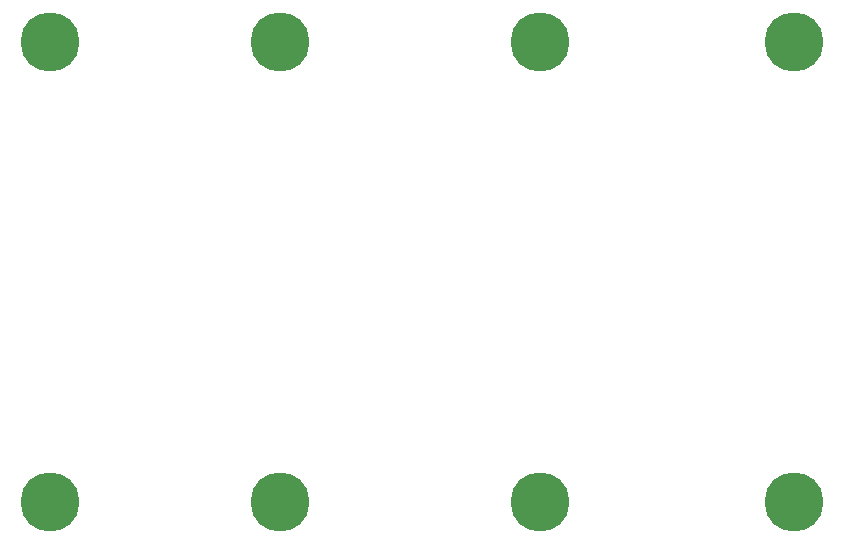
<source format=gts>
G04 #@! TF.GenerationSoftware,KiCad,Pcbnew,8.0.2-1.fc40*
G04 #@! TF.CreationDate,2024-05-26T13:32:19-07:00*
G04 #@! TF.ProjectId,busicard-top,62757369-6361-4726-942d-746f702e6b69,rev?*
G04 #@! TF.SameCoordinates,Original*
G04 #@! TF.FileFunction,Soldermask,Top*
G04 #@! TF.FilePolarity,Negative*
%FSLAX46Y46*%
G04 Gerber Fmt 4.6, Leading zero omitted, Abs format (unit mm)*
G04 Created by KiCad (PCBNEW 8.0.2-1.fc40) date 2024-05-26 13:32:19*
%MOMM*%
%LPD*%
G01*
G04 APERTURE LIST*
%ADD10C,5.000000*%
G04 APERTURE END LIST*
D10*
G04 #@! TO.C,TP9*
X175000000Y-119500000D03*
G04 #@! TD*
G04 #@! TO.C,TP1*
X175000000Y-80500000D03*
G04 #@! TD*
G04 #@! TO.C,TP10*
X133500000Y-80500000D03*
G04 #@! TD*
G04 #@! TO.C,TP5*
X196500000Y-119500000D03*
G04 #@! TD*
G04 #@! TO.C,TP6*
X196500000Y-80500000D03*
G04 #@! TD*
G04 #@! TO.C,TP8*
X153000000Y-80500000D03*
G04 #@! TD*
G04 #@! TO.C,TP4*
X133500000Y-119500000D03*
G04 #@! TD*
G04 #@! TO.C,TP7*
X153000000Y-119500000D03*
G04 #@! TD*
M02*

</source>
